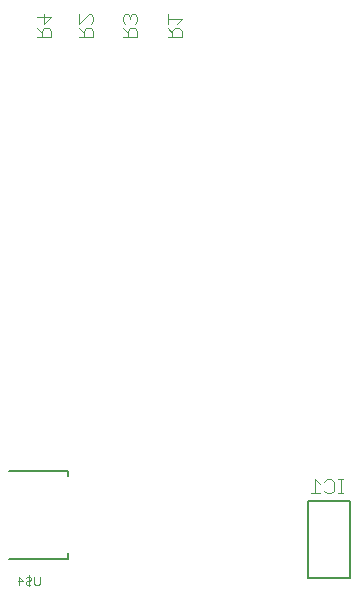
<source format=gbr>
G75*
G70*
%OFA0B0*%
%FSLAX24Y24*%
%IPPOS*%
%LPD*%
%AMOC8*
5,1,8,0,0,1.08239X$1,22.5*
%
%ADD10C,0.0080*%
%ADD11C,0.0040*%
%ADD12C,0.0050*%
%ADD13C,0.0020*%
D10*
X010440Y001617D02*
X010440Y004197D01*
X011840Y004197D01*
X011840Y001617D01*
X010440Y001617D01*
D11*
X010546Y004447D02*
X010853Y004447D01*
X010699Y004447D02*
X010699Y004907D01*
X010853Y004754D01*
X011006Y004831D02*
X011083Y004907D01*
X011236Y004907D01*
X011313Y004831D01*
X011313Y004524D01*
X011236Y004447D01*
X011083Y004447D01*
X011006Y004524D01*
X011467Y004447D02*
X011620Y004447D01*
X011543Y004447D02*
X011543Y004907D01*
X011467Y004907D02*
X011620Y004907D01*
X006240Y019641D02*
X005780Y019641D01*
X005933Y019641D02*
X005933Y019871D01*
X006010Y019948D01*
X006163Y019948D01*
X006240Y019871D01*
X006240Y019641D01*
X005933Y019795D02*
X005780Y019948D01*
X005780Y020102D02*
X005780Y020409D01*
X005780Y020255D02*
X006240Y020255D01*
X006086Y020102D01*
X004754Y020178D02*
X004754Y020332D01*
X004677Y020409D01*
X004600Y020409D01*
X004524Y020332D01*
X004447Y020409D01*
X004370Y020409D01*
X004294Y020332D01*
X004294Y020178D01*
X004370Y020102D01*
X004294Y019948D02*
X004447Y019795D01*
X004447Y019871D02*
X004447Y019641D01*
X004294Y019641D02*
X004754Y019641D01*
X004754Y019871D01*
X004677Y019948D01*
X004524Y019948D01*
X004447Y019871D01*
X004677Y020102D02*
X004754Y020178D01*
X004524Y020255D02*
X004524Y020332D01*
X003297Y020332D02*
X003297Y020178D01*
X003220Y020102D01*
X003220Y019948D02*
X003067Y019948D01*
X002990Y019871D01*
X002990Y019641D01*
X002837Y019641D02*
X003297Y019641D01*
X003297Y019871D01*
X003220Y019948D01*
X002990Y019795D02*
X002837Y019948D01*
X002837Y020102D02*
X003143Y020409D01*
X003220Y020409D01*
X003297Y020332D01*
X002837Y020409D02*
X002837Y020102D01*
X001891Y020332D02*
X001661Y020102D01*
X001661Y020409D01*
X001431Y020332D02*
X001891Y020332D01*
X001814Y019948D02*
X001661Y019948D01*
X001584Y019871D01*
X001584Y019641D01*
X001431Y019641D02*
X001891Y019641D01*
X001891Y019871D01*
X001814Y019948D01*
X001584Y019795D02*
X001431Y019948D01*
D12*
X000500Y005203D02*
X002469Y005203D01*
X002469Y005007D01*
X002469Y002448D02*
X002469Y002251D01*
X000500Y002251D01*
D13*
X001146Y001717D02*
X001146Y001343D01*
X001193Y001390D02*
X001099Y001390D01*
X001052Y001437D01*
X001052Y001483D01*
X001099Y001530D01*
X001193Y001530D01*
X001239Y001577D01*
X001239Y001623D01*
X001193Y001670D01*
X001099Y001670D01*
X001052Y001623D01*
X000963Y001530D02*
X000776Y001530D01*
X000823Y001390D02*
X000823Y001670D01*
X000963Y001530D01*
X001193Y001390D02*
X001239Y001437D01*
X001329Y001437D02*
X001329Y001670D01*
X001516Y001670D02*
X001516Y001437D01*
X001469Y001390D01*
X001375Y001390D01*
X001329Y001437D01*
M02*

</source>
